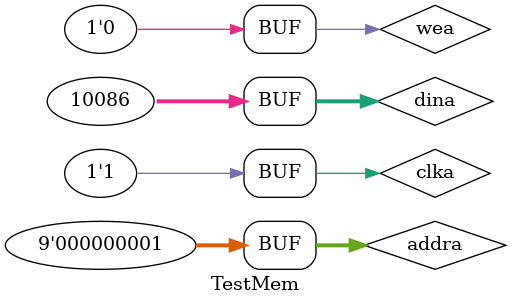
<source format=v>
`timescale 1ns / 1ps

module TestMem();

reg [8: 0] addra;
reg clka, wea;
reg [31: 0] dina;
wire [31: 0] douta;

InstructionMemory m(
    .addra(addra),
    .clka(clka),
    .dina(dina),
    .douta(douta),
    .ena(1),
    .wea(wea)
);

initial begin
    addra = 1;
    clka = 0;
    dina = 10086;
    wea = 1;
    
    #100 clka = 1;
    #100 clka = 0;
    
    wea = 0;
    #100 clka = 1;
end

endmodule

</source>
